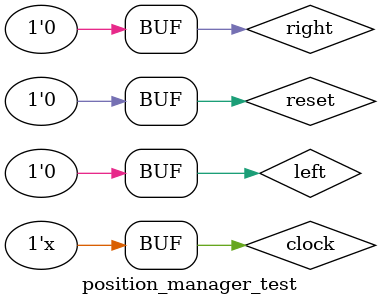
<source format=sv>
`timescale 1ns / 1ps


module position_manager_test;
    
    logic clock, reset, left, right;
    
    logic [7:0] vert_angle;
    logic [9:0] horiz_pos;
    
    position_manager manager(
        .clock(clock), .reset(reset),
        .left_button(left), .right_button(right),
        .filter(0),
        .vert_angle(vert_angle),
        .horiz_position(horiz_pos)
    );
    
    always #5 clock = !clock;
    
    initial begin
        clock   = 0;
        left    = 0;
        right   = 0;
        reset = 1;
        
        #10 reset = 0;
        
        #100;
        
        #200 left = 1;
        #10 left = 0;
    end
endmodule

</source>
